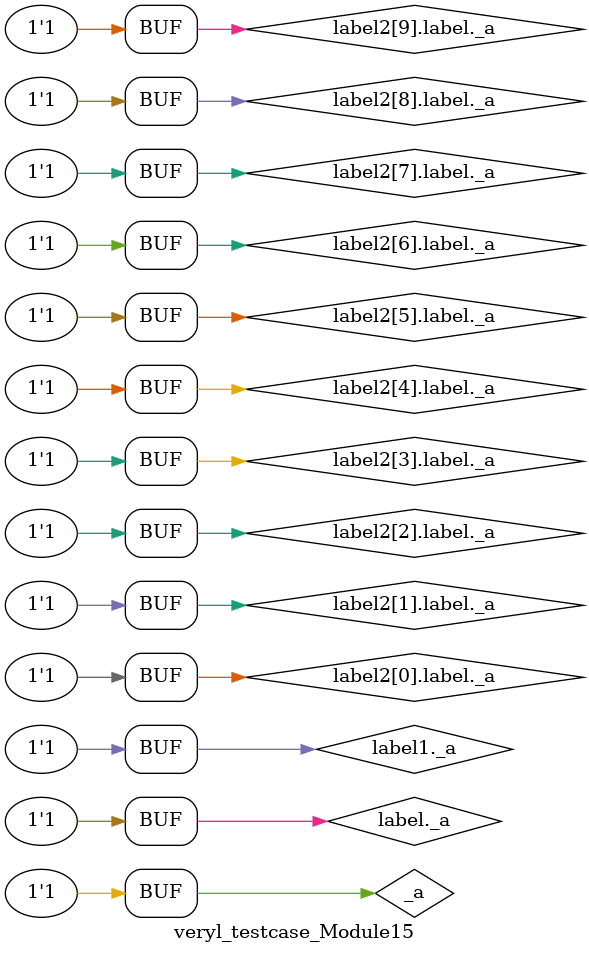
<source format=sv>
module veryl_testcase_Module15;
    logic _a; always_comb _a = 1;

    if (1) begin :label
        logic _a; always_comb _a = 1;
    end

    if (1) begin :label1
        logic _a; always_comb _a = 1;
    end

    for (genvar i = 0; i < 10; i++) begin :label2
        if (1) begin :label
            logic _a; always_comb _a = 1;
        end
    end
endmodule
//# sourceMappingURL=../map/testcases/sv/15_named_block.sv.map

</source>
